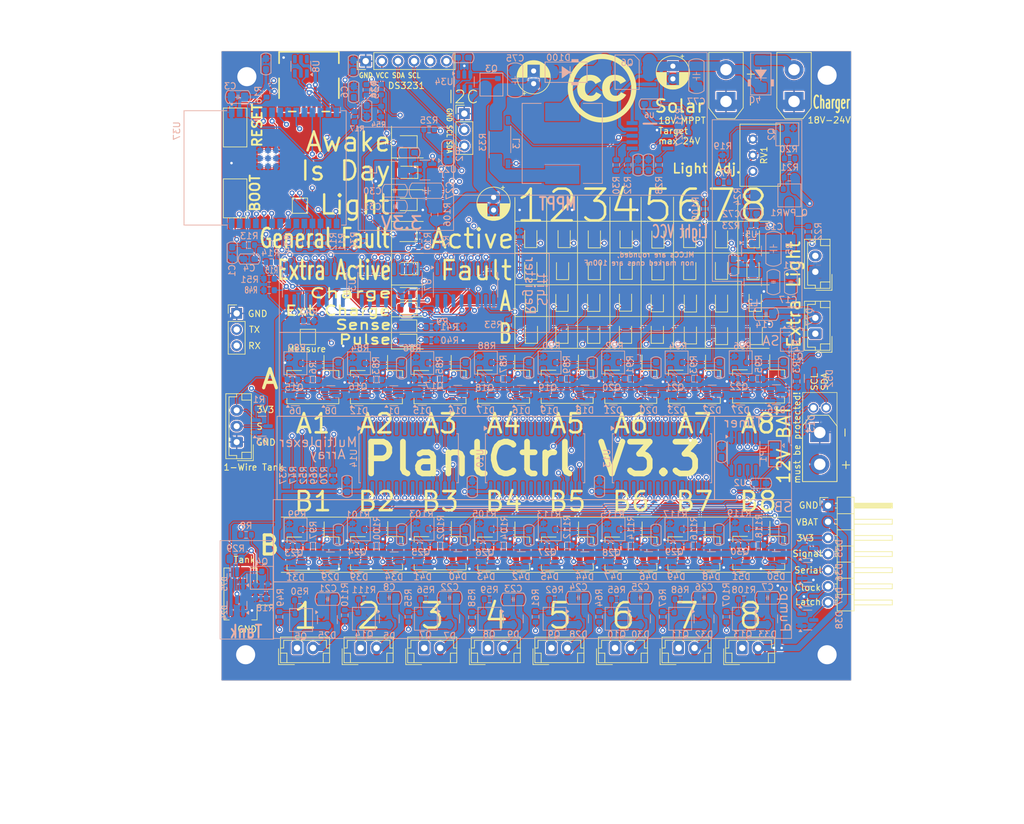
<source format=kicad_pcb>
(kicad_pcb
	(version 20240108)
	(generator "pcbnew")
	(generator_version "8.0")
	(general
		(thickness 1.6)
		(legacy_teardrops no)
	)
	(paper "A4")
	(layers
		(0 "F.Cu" signal)
		(1 "In1.Cu" signal)
		(2 "In2.Cu" signal)
		(31 "B.Cu" signal)
		(32 "B.Adhes" user "B.Adhesive")
		(33 "F.Adhes" user "F.Adhesive")
		(34 "B.Paste" user)
		(35 "F.Paste" user)
		(36 "B.SilkS" user "B.Silkscreen")
		(37 "F.SilkS" user "F.Silkscreen")
		(38 "B.Mask" user)
		(39 "F.Mask" user)
		(40 "Dwgs.User" user "User.Drawings")
		(41 "Cmts.User" user "User.Comments")
		(42 "Eco1.User" user "User.Eco1")
		(43 "Eco2.User" user "User.Eco2")
		(44 "Edge.Cuts" user)
		(45 "Margin" user)
		(46 "B.CrtYd" user "B.Courtyard")
		(47 "F.CrtYd" user "F.Courtyard")
		(48 "B.Fab" user)
		(49 "F.Fab" user)
	)
	(setup
		(stackup
			(layer "F.SilkS"
				(type "Top Silk Screen")
			)
			(layer "F.Paste"
				(type "Top Solder Paste")
			)
			(layer "F.Mask"
				(type "Top Solder Mask")
				(thickness 0.01)
			)
			(layer "F.Cu"
				(type "copper")
				(thickness 0.035)
			)
			(layer "dielectric 1"
				(type "prepreg")
				(thickness 0.1)
				(material "FR4")
				(epsilon_r 4.5)
				(loss_tangent 0.02)
			)
			(layer "In1.Cu"
				(type "copper")
				(thickness 0.035)
			)
			(layer "dielectric 2"
				(type "core")
				(thickness 1.24)
				(material "FR4")
				(epsilon_r 4.5)
				(loss_tangent 0.02)
			)
			(layer "In2.Cu"
				(type "copper")
				(thickness 0.035)
			)
			(layer "dielectric 3"
				(type "prepreg")
				(thickness 0.1)
				(material "FR4")
				(epsilon_r 4.5)
				(loss_tangent 0.02)
			)
			(layer "B.Cu"
				(type "copper")
				(thickness 0.035)
			)
			(layer "B.Mask"
				(type "Bottom Solder Mask")
				(thickness 0.01)
			)
			(layer "B.Paste"
				(type "Bottom Solder Paste")
			)
			(layer "B.SilkS"
				(type "Bottom Silk Screen")
			)
			(copper_finish "HAL lead-free")
			(dielectric_constraints no)
		)
		(pad_to_mask_clearance 0.05)
		(allow_soldermask_bridges_in_footprints no)
		(aux_axis_origin 68.58 26.67)
		(grid_origin 68.58 26.67)
		(pcbplotparams
			(layerselection 0x003ffff_ffffffff)
			(plot_on_all_layers_selection 0x0000000_00000000)
			(disableapertmacros no)
			(usegerberextensions no)
			(usegerberattributes no)
			(usegerberadvancedattributes no)
			(creategerberjobfile no)
			(dashed_line_dash_ratio 12.000000)
			(dashed_line_gap_ratio 3.000000)
			(svgprecision 4)
			(plotframeref no)
			(viasonmask no)
			(mode 1)
			(useauxorigin no)
			(hpglpennumber 1)
			(hpglpenspeed 20)
			(hpglpendiameter 15.000000)
			(pdf_front_fp_property_popups yes)
			(pdf_back_fp_property_popups yes)
			(dxfpolygonmode yes)
			(dxfimperialunits yes)
			(dxfusepcbnewfont yes)
			(psnegative no)
			(psa4output no)
			(plotreference yes)
			(plotvalue yes)
			(plotfptext yes)
			(plotinvisibletext no)
			(sketchpadsonfab no)
			(subtractmaskfromsilk no)
			(outputformat 1)
			(mirror no)
			(drillshape 0)
			(scaleselection 1)
			(outputdirectory "gerber/")
		)
	)
	(net 0 "")
	(net 1 "EN")
	(net 2 "VBAT")
	(net 3 "GND")
	(net 4 "S1")
	(net 5 "G1")
	(net 6 "3_3V")
	(net 7 "Temp")
	(net 8 "S2")
	(net 9 "G2")
	(net 10 "S3")
	(net 11 "Net-(U22-BST)")
	(net 12 "Net-(PUMP2-Pin_1)")
	(net 13 "PUMP_ENABLE")
	(net 14 "TANK_SENSOR")
	(net 15 "Net-(PUMP3-Pin_1)")
	(net 16 "Net-(PUMP4-Pin_1)")
	(net 17 "Net-(PUMP1-Pin_1)")
	(net 18 "Net-(PUMP5-Pin_1)")
	(net 19 "Net-(PUMP6-Pin_1)")
	(net 20 "Net-(PUMP7-Pin_1)")
	(net 21 "Net-(PUMP8-Pin_1)")
	(net 22 "SerialOut")
	(net 23 "Clock")
	(net 24 "Latch")
	(net 25 "Net-(Q1-G)")
	(net 26 "G3")
	(net 27 "ESP_RX")
	(net 28 "ESP_TX")
	(net 29 "Net-(Boot1-Pad2)")
	(net 30 "SDA")
	(net 31 "SCL")
	(net 32 "G4")
	(net 33 "S4")
	(net 34 "Net-(D10-K)")
	(net 35 "Net-(Q5-G)")
	(net 36 "G5")
	(net 37 "Net-(Q7-G)")
	(net 38 "Net-(Q8-G)")
	(net 39 "Net-(Q9-G)")
	(net 40 "Net-(Q10-G)")
	(net 41 "Net-(Q11-G)")
	(net 42 "Net-(Q4-G)")
	(net 43 "Net-(Q13-G)")
	(net 44 "Net-(Q14-G)")
	(net 45 "Net-(D78-A)")
	(net 46 "S5")
	(net 47 "Net-(C5-Pad2)")
	(net 48 "S6")
	(net 49 "G6")
	(net 50 "S7")
	(net 51 "PUMP1")
	(net 52 "G7")
	(net 53 "PUMP3")
	(net 54 "G8")
	(net 55 "Net-(R14-Pad2)")
	(net 56 "PUMP4")
	(net 57 "PUMP5")
	(net 58 "PUMP6")
	(net 59 "PUMP7")
	(net 60 "PUMP8")
	(net 61 "PUMP2")
	(net 62 "unconnected-(U37-IO0-Pad8)")
	(net 63 "Net-(D78-K)")
	(net 64 "S8")
	(net 65 "SIGNAL")
	(net 66 "SerialIn")
	(net 67 "S9")
	(net 68 "G9")
	(net 69 "S10")
	(net 70 "G10")
	(net 71 "G11")
	(net 72 "S11")
	(net 73 "G12")
	(net 74 "S12")
	(net 75 "S13")
	(net 76 "G13")
	(net 77 "S14")
	(net 78 "G14")
	(net 79 "S15")
	(net 80 "G15")
	(net 81 "S16")
	(net 82 "G16")
	(net 83 "CD1")
	(net 84 "CD2")
	(net 85 "CD3")
	(net 86 "CD4")
	(net 87 "CD5")
	(net 88 "Net-(D10-A)")
	(net 89 "Net-(D2-K)")
	(net 90 "CD6")
	(net 91 "CD7")
	(net 92 "Net-(U2-CV)")
	(net 93 "CD8")
	(net 94 "CD9")
	(net 95 "CD10")
	(net 96 "CD11")
	(net 97 "CD12")
	(net 98 "CD13")
	(net 99 "CD14")
	(net 100 "CD15")
	(net 101 "CD16")
	(net 102 "1K_3_3")
	(net 103 "Net-(P_FAULT1-K)")
	(net 104 "CD_Probe")
	(net 105 "SENSORS_ON")
	(net 106 "Net-(CD1-K)")
	(net 107 "Net-(SIGNAL1-K)")
	(net 108 "MS4")
	(net 109 "MS1")
	(net 110 "MS0")
	(net 111 "MS3")
	(net 112 "MS2")
	(net 113 "unconnected-(U2-DIS-Pad7)")
	(net 114 "IsDay")
	(net 115 "S_VIN")
	(net 116 "5K_VBAT")
	(net 117 "Net-(U1-QH')")
	(net 118 "Net-(U3-QH')")
	(net 119 "/Light_In")
	(net 120 "Net-(U5-BST)")
	(net 121 "Net-(Q2-G)")
	(net 122 "Net-(Q2-D)")
	(net 123 "Net-(Q_PWR1-G)")
	(net 124 "Net-(Q_PWR1-D)")
	(net 125 "LED_ENABLE")
	(net 126 "Net-(I2C3-A)")
	(net 127 "Net-(R24-Pad2)")
	(net 128 "Net-(U5-FB)")
	(net 129 "/Light+")
	(net 130 "Net-(U6-VG)")
	(net 131 "Net-(C19-Pad1)")
	(net 132 "Net-(CD2-A)")
	(net 133 "WORKING")
	(net 134 "Net-(D100-K)")
	(net 135 "Net-(L3-Pad2)")
	(net 136 "Net-(Q6-G)")
	(net 137 "Net-(U6-MPPT)")
	(net 138 "Net-(U6-COM)")
	(net 139 "Net-(U6-BAT)")
	(net 140 "Net-(U6-FB)")
	(net 141 "Net-(U6-CSP)")
	(net 142 "/3_3IN")
	(net 143 "/Light_cool")
	(net 144 "/3_3V_cool")
	(net 145 "Net-(Q3-S)")
	(net 146 "Net-(U34-VCAP)")
	(net 147 "Net-(Q3-G)")
	(net 148 "Net-(J3-Pin_1)")
	(net 149 "ENABLE_TANK")
	(net 150 "Net-(Q15-B)")
	(net 151 "Net-(Q17-B)")
	(net 152 "Net-(Q18-B)")
	(net 153 "Net-(Q19-B)")
	(net 154 "Net-(Q20-B)")
	(net 155 "Net-(Q21-B)")
	(net 156 "Net-(Q22-B)")
	(net 157 "Net-(Q23-B)")
	(net 158 "Net-(Q24-B)")
	(net 159 "Net-(Q25-B)")
	(net 160 "Net-(Q26-B)")
	(net 161 "Net-(Q27-B)")
	(net 162 "Net-(Q28-B)")
	(net 163 "Net-(Q29-B)")
	(net 164 "Net-(Q30-B)")
	(net 165 "unconnected-(U37-IO8-Pad10)")
	(net 166 "Net-(D11-A)")
	(net 167 "Net-(JP1-C)")
	(net 168 "unconnected-(U37-NC-Pad22)")
	(net 169 "USB_D-")
	(net 170 "unconnected-(U37-IO4-Pad4)")
	(net 171 "USB_D+")
	(net 172 "BOOT_SEL")
	(net 173 "WARN_LED")
	(net 174 "Net-(Q15-C)")
	(net 175 "Net-(Q16-C)")
	(net 176 "Net-(Q17-C)")
	(net 177 "Net-(Q18-C)")
	(net 178 "Net-(Q19-C)")
	(net 179 "Net-(Q20-C)")
	(net 180 "Net-(Q21-C)")
	(net 181 "Net-(Q22-C)")
	(net 182 "Net-(Q23-C)")
	(net 183 "Net-(Q24-C)")
	(net 184 "Net-(Q25-C)")
	(net 185 "Net-(Q26-C)")
	(net 186 "Net-(Q27-C)")
	(net 187 "Net-(Q28-C)")
	(net 188 "Net-(Q29-C)")
	(net 189 "Net-(Q30-C)")
	(net 190 "Net-(Q16-B)")
	(net 191 "FAULT1")
	(net 192 "FAULT2")
	(net 193 "FAULT3")
	(net 194 "FAULT4")
	(net 195 "FAULT5")
	(net 196 "FAULT6")
	(net 197 "FAULT7")
	(net 198 "FAULT8")
	(net 199 "OE")
	(net 200 "unconnected-(U8-I{slash}O2-Pad4)")
	(net 201 "unconnected-(USB1-ID-Pad4)")
	(net 202 "SQW")
	(net 203 "32K")
	(net 204 "USB_BUS")
	(net 205 "unconnected-(U8-I{slash}O1-Pad6)")
	(net 206 "Net-(D53-K)")
	(net 207 "Net-(JP2-C)")
	(net 208 "CHARGING")
	(net 209 "SOL_CHARGE")
	(footprint "Connector_JST:JST_PH_B2B-PH-SM4-TB_1x02-1MP_P2.00mm_Vertical" (layer "F.Cu") (at 204.58 117.92 180))
	(footprint "Button_Switch_SMD:SW_SPST_CK_RS282G05A3" (layer "F.Cu") (at 172.33 52.67 90))
	(footprint "Connector_JST:JST_PH_B2B-PH-SM4-TB_1x02-1MP_P2.00mm_Vertical" (layer "F.Cu") (at 194.555 91.77 180))
	(footprint "Connector_AMASS:AMASS_XT30UPB-M_1x02_P5.0mm_Vertical" (layer "F.Cu") (at 249.53 48.57 90))
	(footprint "LED_SMD:LED_0805_2012Metric" (layer "F.Cu") (at 199.2425 81.12 180))
	(footprint "easyeda2kicad:MINI-USB-SMD_UX-144S-ACP5" (layer "F.Cu") (at 183.95 46.595 180))
	(footprint "Button_Switch_SMD:SW_SPST_CK_RS282G05A3" (layer "F.Cu") (at 172.33 63.82 -90))
	(footprint "LED_SMD:LED_0805_2012Metric" (layer "F.Cu") (at 223.73 84.945 90))
	(footprint "LED_SMD:LED_0805_2012Metric" (layer "F.Cu") (at 218.83 74.8825 90))
	(footprint "LED_SMD:LED_0805_2012Metric" (layer "F.Cu") (at 228.83 74.92 90))
	(footprint "LED_SMD:LED_0805_2012Metric" (layer "F.Cu") (at 243.93 80.02 90))
	(footprint "Connector_JST:JST_PH_B2B-PH-SM4-TB_1x02-1MP_P2.00mm_Vertical" (layer "F.Cu") (at 254.655 91.67 180))
	(footprint "LED_SMD:LED_0805_2012Metric" (layer "F.Cu") (at 238.73 84.945 90))
	(footprint "kicad-stuff:AMASS_XT30UPB+DATA-M_1x02_P5.0mm_Vertical" (layer "F.Cu") (at 264.28 100.67 -90))
	(footprint "LED_SMD:LED_0805_2012Metric" (layer "F.Cu") (at 243.93 85.045 90))
	(footprint "Connector_JST:JST_PH_B2B-PH-SM4-TB_1x02-1MP_P2.00mm_Vertical" (layer "F.Cu") (at 184.58 117.97 180))
	(footprint "LED_SMD:LED_0805_2012Metric" (layer "F.Cu") (at 199.23 86.17 180))
	(footprint "Connector_AMASS:AMASS_XT30UPB-F_1x02_P5.0mm_Vertical" (layer "F.Cu") (at 260.23 48.57 90))
	(footprint "Connector_JST:JST_PH_B2B-PH-SM4-TB_1x02-1MP_P2.00mm_Vertical" (layer "F.Cu") (at 254.68 117.87 180))
	(footprint "Connector_JST:JST_EH_B2B-EH-A_1x02_P2.50mm_Vertical" (layer "F.Cu") (at 232.08 134.575))
	(footprint "Connector_JST:JST_EH_B2B-EH-A_1x02_P2.50mm_Vertical" (layer "F.Cu") (at 242.08 134.575))
	(footprint "Connector_JST:JST_EH_B2B-EH-A_1x02_P2.50mm_Vertical" (layer "F.Cu") (at 263.58 85.12 90))
	(footprint "LED_SMD:LED_0805_2012Metric" (layer "F.Cu") (at 248.83 85.145 90))
	(footprint "LED_SMD:LED_0805_2012Metric" (layer "F.Cu") (at 248.83 80.02 90))
	(footprint "Connector_JST:JST_EH_B3B-EH-A_1x03_P2.50mm_Vertical" (layer "F.Cu") (at 172.58 102.17 90))
	(footprint "Connector_JST:JST_PH_B2B-PH-SM4-TB_1x02-1MP_P2.00mm_Vertical" (layer "F.Cu") (at 224.58 117.97 180))
	(footprint "LED_SMD:LED_0805_2012Metric" (layer "F.Cu") (at 199.23 69.6575 180))
	(footprint "Connector_PinHeader_2.54mm:PinHeader_1x07_P2.54mm_Horizontal" (layer "F.Cu") (at 265.58 112.17))
	(footprint "LED_SMD:LED_0805_2012Metric" (layer "F.Cu") (at 218.93 84.945 90))
	(footprint "LED_SMD:LED_0805_2012Metric"
		(layer "F.Cu")
		(uuid "38c660a9-1b7f-4b5b-b61c-be652783af9f")
		(at 243.83 69.8825 90)
		(descr "LED SMD 0805 (2012 Metric), square (rectangular) end terminal, IPC_7351 nominal, (Body size source: https://docs.google.com/spreadsheets/d/1BsfQQcO9C6DZCsRaXUlFlo91Tg2WpOkGARC1WS5S8t0/edit?usp=sharing), generated with kicad-footprint-generator")
		(tags "LED")
		(property "Reference" "PUMP_D6"
			(at 0 -1.65 90)
			(layer "F.SilkS")
			(hide yes)
			(uuid "44bbbf26-a62d-4436-b514-b825e281b3ce")
			(effects
				(font
					(size 1 1)
					(thickness 0.15)
				)
			)
		)
		(property "Value" "BLUE"
			(at 0 1.65 90)
			(layer "F.Fab")
			(uuid "8a8574fa-8ef6-410c-870d-c44e0d85d060")
			(effects
				(font
					(size 1 1)
					(thickness 0.15)
				)
			)
		)
		(property "Footprint" "LED_SMD:LED_0805_2012Metric"
			(at 0 0 90)
			(unlocked yes)
			(layer "F.Fab")
			(hide yes)
			(uuid "0bbef73a-c570-477f-a1a4-ae99308a1abe")
			(effects
				(font
					(size 1.27 1.27)
					(thickness 0.15)
				)
			)
		)
		(property "Datasheet" ""
			(at 0 0 90)
			(unlocked yes)
			(layer "F.Fab")
			(hide yes)
			(uuid "1ae939cc-3500-4eee-8197-2ae48b6e6729")
			(effects
				(font
					(size 1.27 1.27)
					(thickness 0.15)
				)
			)
		)
		(property "Description" ""
			(at 0 0 90)
			(unlocked yes)
			(layer "F.Fab")
			(hide yes)
			(uuid "f1e07697-0ac1-494e-b33a-d9f9652f33ce")
			(effects
				(font
					(size 1.27 1.27)
					(thickness 0.15)
				)
			)
		)
		(property "LCSC_PART_NUMBER" "C205441"
			(at 0 0 0)
			(layer "F.Fab")
			(hide
... [4711085 chars truncated]
</source>
